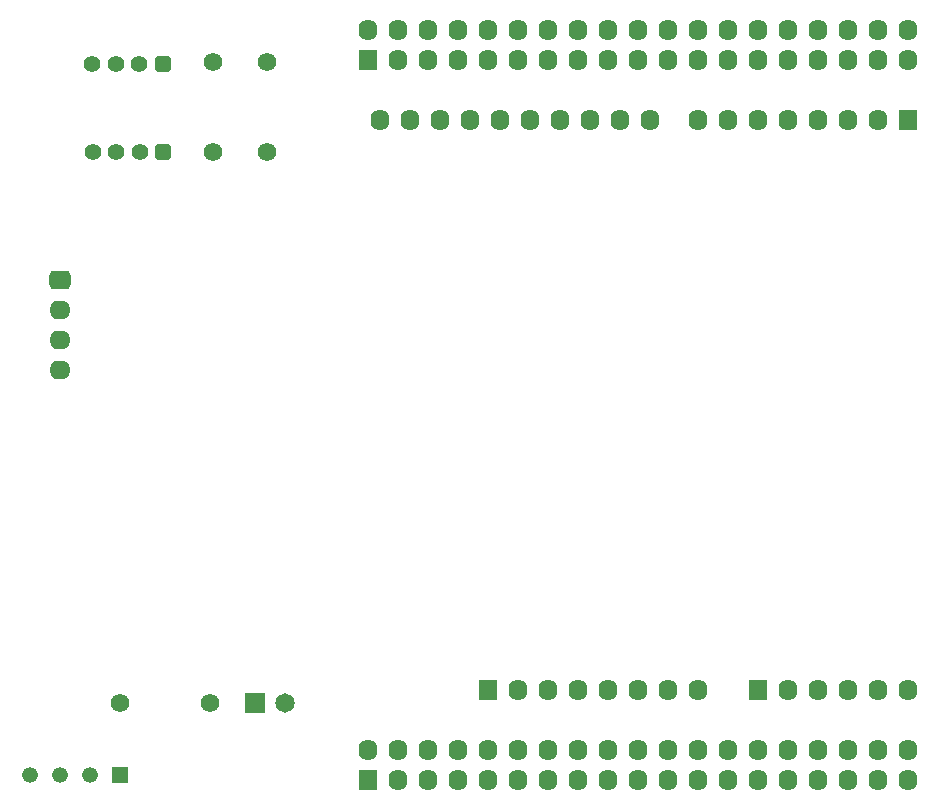
<source format=gtl>
G04*
G04 #@! TF.GenerationSoftware,Altium Limited,Altium Designer,23.3.1 (30)*
G04*
G04 Layer_Physical_Order=1*
G04 Layer_Color=255*
%FSLAX44Y44*%
%MOMM*%
G71*
G04*
G04 #@! TF.SameCoordinates,789F5575-398E-4CD6-B036-2A59C815F105*
G04*
G04*
G04 #@! TF.FilePolarity,Positive*
G04*
G01*
G75*
%ADD27R,1.6000X1.8000*%
%ADD28O,1.6000X1.8000*%
%ADD29O,1.8000X1.6000*%
G04:AMPARAMS|DCode=30|XSize=1.6mm|YSize=1.8mm|CornerRadius=0.4mm|HoleSize=0mm|Usage=FLASHONLY|Rotation=270.000|XOffset=0mm|YOffset=0mm|HoleType=Round|Shape=RoundedRectangle|*
%AMROUNDEDRECTD30*
21,1,1.6000,1.0000,0,0,270.0*
21,1,0.8000,1.8000,0,0,270.0*
1,1,0.8000,-0.5000,-0.4000*
1,1,0.8000,-0.5000,0.4000*
1,1,0.8000,0.5000,0.4000*
1,1,0.8000,0.5000,-0.4000*
%
%ADD30ROUNDEDRECTD30*%
%ADD31C,1.5748*%
%ADD32R,1.6510X1.6510*%
%ADD33C,1.6510*%
G04:AMPARAMS|DCode=34|XSize=1.4mm|YSize=1.4mm|CornerRadius=0.35mm|HoleSize=0mm|Usage=FLASHONLY|Rotation=180.000|XOffset=0mm|YOffset=0mm|HoleType=Round|Shape=RoundedRectangle|*
%AMROUNDEDRECTD34*
21,1,1.4000,0.7000,0,0,180.0*
21,1,0.7000,1.4000,0,0,180.0*
1,1,0.7000,-0.3500,0.3500*
1,1,0.7000,0.3500,0.3500*
1,1,0.7000,0.3500,-0.3500*
1,1,0.7000,-0.3500,-0.3500*
%
%ADD34ROUNDEDRECTD34*%
%ADD35C,1.4000*%
%ADD36C,1.3370*%
%ADD37R,1.3370X1.3370*%
D27*
X1441530Y915150D02*
D03*
X1085930Y432550D02*
D03*
X1314530D02*
D03*
X984330Y356350D02*
D03*
Y965950D02*
D03*
D28*
X1416130Y915150D02*
D03*
X1390730D02*
D03*
X1365330D02*
D03*
X1339930D02*
D03*
X1314530D02*
D03*
X1289130D02*
D03*
X1263730D02*
D03*
X1111330Y432550D02*
D03*
X1136730D02*
D03*
X1162130D02*
D03*
X1187530D02*
D03*
X1212930D02*
D03*
X1238330D02*
D03*
X1263730D02*
D03*
X1441530D02*
D03*
X1416130D02*
D03*
X1390730D02*
D03*
X1365330D02*
D03*
X1339930D02*
D03*
X1441530Y381750D02*
D03*
Y356350D02*
D03*
X1416130Y381750D02*
D03*
Y356350D02*
D03*
X1390730Y381750D02*
D03*
Y356350D02*
D03*
X1365330Y381750D02*
D03*
Y356350D02*
D03*
X1339930Y381750D02*
D03*
Y356350D02*
D03*
X1314530Y381750D02*
D03*
Y356350D02*
D03*
X1289130Y381750D02*
D03*
Y356350D02*
D03*
X1263730Y381750D02*
D03*
Y356350D02*
D03*
X1238330Y381750D02*
D03*
Y356350D02*
D03*
X1212930Y381750D02*
D03*
Y356350D02*
D03*
X1187530Y381750D02*
D03*
Y356350D02*
D03*
X1162130Y381750D02*
D03*
Y356350D02*
D03*
X1136730Y381750D02*
D03*
Y356350D02*
D03*
X1111330Y381750D02*
D03*
Y356350D02*
D03*
X1085930Y381750D02*
D03*
Y356350D02*
D03*
X1060530Y381750D02*
D03*
Y356350D02*
D03*
X1035130Y381750D02*
D03*
Y356350D02*
D03*
X1009730Y381750D02*
D03*
Y356350D02*
D03*
X984330Y381750D02*
D03*
X1441530Y991350D02*
D03*
Y965950D02*
D03*
X1416130Y991350D02*
D03*
Y965950D02*
D03*
X1390730Y991350D02*
D03*
Y965950D02*
D03*
X1365330Y991350D02*
D03*
Y965950D02*
D03*
X1339930Y991350D02*
D03*
Y965950D02*
D03*
X1314530Y991350D02*
D03*
Y965950D02*
D03*
X1289130Y991350D02*
D03*
Y965950D02*
D03*
X1263730Y991350D02*
D03*
Y965950D02*
D03*
X1238330Y991350D02*
D03*
Y965950D02*
D03*
X1212930Y991350D02*
D03*
Y965950D02*
D03*
X1187530Y991350D02*
D03*
Y965950D02*
D03*
X1162130Y991350D02*
D03*
Y965950D02*
D03*
X1136730Y991350D02*
D03*
Y965950D02*
D03*
X1111330Y991350D02*
D03*
Y965950D02*
D03*
X1085930Y991350D02*
D03*
Y965950D02*
D03*
X1060530Y991350D02*
D03*
Y965950D02*
D03*
X1035130Y991350D02*
D03*
Y965950D02*
D03*
X1009730Y991350D02*
D03*
Y965950D02*
D03*
X984330Y991350D02*
D03*
X1223130Y915150D02*
D03*
X1197730D02*
D03*
X1172330D02*
D03*
X1146930D02*
D03*
X1121530D02*
D03*
X1096130D02*
D03*
X1070730D02*
D03*
X1045330D02*
D03*
X1019930D02*
D03*
X994530D02*
D03*
D29*
X723940Y703970D02*
D03*
Y729370D02*
D03*
Y754770D02*
D03*
D30*
Y780170D02*
D03*
D31*
X850900Y421640D02*
D03*
X774700D02*
D03*
X853440Y963930D02*
D03*
Y887730D02*
D03*
X899160Y963930D02*
D03*
Y887730D02*
D03*
D32*
X889000Y421640D02*
D03*
D33*
X914400D02*
D03*
D34*
X810890Y962660D02*
D03*
X811210Y887730D02*
D03*
D35*
X790890Y962660D02*
D03*
X770890D02*
D03*
X750890D02*
D03*
X791210Y887730D02*
D03*
X771210D02*
D03*
X751210D02*
D03*
D36*
X698500Y360680D02*
D03*
X723900D02*
D03*
X749300D02*
D03*
D37*
X774700D02*
D03*
M02*

</source>
